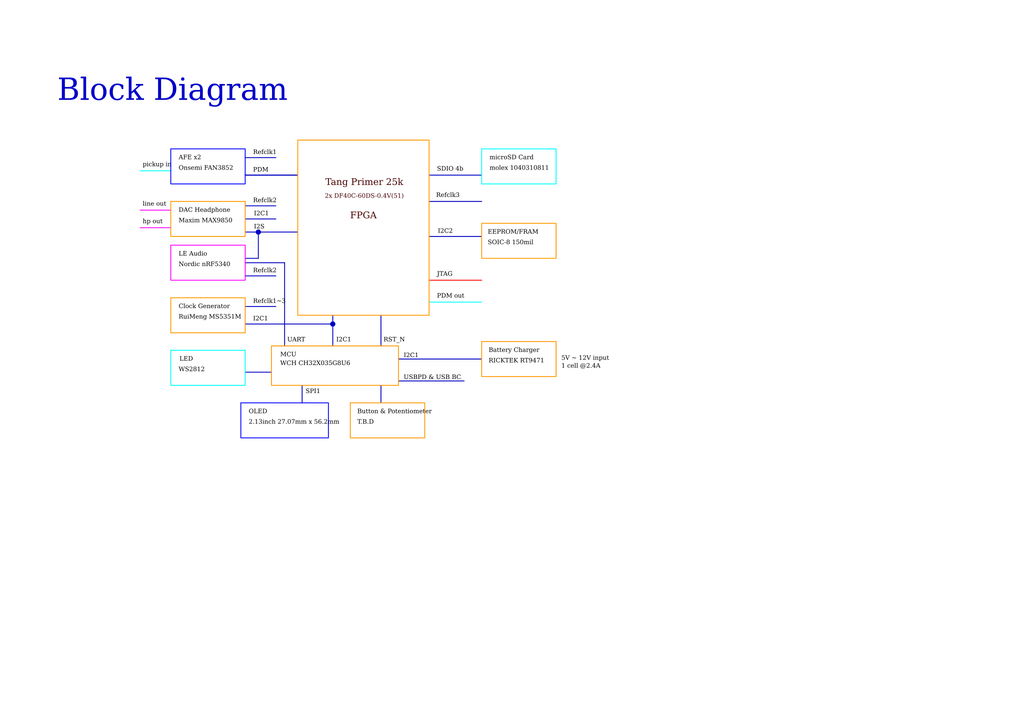
<source format=kicad_sch>
(kicad_sch
	(version 20250114)
	(generator "eeschema")
	(generator_version "9.0")
	(uuid "5328af80-c100-43d7-aff8-80e74560490d")
	(paper "A4")
	(lib_symbols)
	(rectangle
		(start 69.85 116.84)
		(end 95.25 127)
		(stroke
			(width 0.254)
			(type default)
			(color 0 0 255 1)
		)
		(fill
			(type none)
		)
		(uuid 1b6550ff-3c73-4621-9200-4232d40d501b)
	)
	(circle
		(center 96.52 93.98)
		(radius 0.0001)
		(stroke
			(width 0.762)
			(type default)
		)
		(fill
			(type none)
		)
		(uuid 211f6831-56d0-40b6-8836-c88c53e4c21f)
	)
	(rectangle
		(start 49.53 43.18)
		(end 71.12 53.34)
		(stroke
			(width 0.254)
			(type default)
			(color 0 0 255 1)
		)
		(fill
			(type none)
		)
		(uuid 5589365c-687e-430f-8c57-0a8c4d5f48da)
	)
	(rectangle
		(start 49.53 86.36)
		(end 71.12 96.52)
		(stroke
			(width 0.254)
			(type default)
			(color 255 153 0 1)
		)
		(fill
			(type none)
		)
		(uuid 5dc9bcb7-9533-41cc-9c1c-df0cbcee4af1)
	)
	(rectangle
		(start 49.53 71.12)
		(end 71.12 81.28)
		(stroke
			(width 0.254)
			(type default)
			(color 255 0 255 1)
		)
		(fill
			(type none)
		)
		(uuid 812953ec-9c58-4698-96c0-d81abf1e0094)
	)
	(rectangle
		(start 101.6 116.84)
		(end 123.19 127)
		(stroke
			(width 0.254)
			(type default)
			(color 255 153 0 1)
		)
		(fill
			(type none)
		)
		(uuid a2e2c788-4d65-453c-8e18-918af292cfb9)
	)
	(rectangle
		(start 139.7 99.06)
		(end 161.29 109.22)
		(stroke
			(width 0.254)
			(type default)
			(color 255 153 0 1)
		)
		(fill
			(type none)
		)
		(uuid af420549-a82f-46a0-b5b5-a4306425cecc)
	)
	(rectangle
		(start 78.74 100.33)
		(end 115.57 111.76)
		(stroke
			(width 0.254)
			(type default)
			(color 255 153 0 1)
		)
		(fill
			(type none)
		)
		(uuid c8dd36d8-26c7-4e9e-ad13-7854d1bde1db)
	)
	(circle
		(center 74.93 67.31)
		(radius 0.0001)
		(stroke
			(width 0.762)
			(type default)
		)
		(fill
			(type none)
		)
		(uuid cb41783d-32e3-4e4e-b785-8e6fb3c45715)
	)
	(rectangle
		(start 86.36 40.64)
		(end 124.46 91.44)
		(stroke
			(width 0.254)
			(type default)
			(color 255 153 0 1)
		)
		(fill
			(type none)
		)
		(uuid cd188da7-f3bc-4742-8fee-8afbd4ae8912)
	)
	(rectangle
		(start 49.53 58.42)
		(end 71.12 68.58)
		(stroke
			(width 0.254)
			(type default)
			(color 255 153 0 1)
		)
		(fill
			(type none)
		)
		(uuid e6697caa-6797-412f-b999-51dfd709ef0c)
	)
	(rectangle
		(start 139.7 64.77)
		(end 161.29 74.93)
		(stroke
			(width 0.254)
			(type default)
			(color 255 153 0 1)
		)
		(fill
			(type none)
		)
		(uuid eae1dd15-fa8f-4a0f-9fd4-a3e3ef43cf56)
	)
	(rectangle
		(start 49.53 101.6)
		(end 71.12 111.76)
		(stroke
			(width 0.254)
			(type default)
			(color 0 255 255 1)
		)
		(fill
			(type none)
		)
		(uuid eb328ddd-08bf-4a58-8aa9-832b6c9acc54)
	)
	(rectangle
		(start 139.7 43.18)
		(end 161.29 53.34)
		(stroke
			(width 0.254)
			(type default)
			(color 0 255 255 1)
		)
		(fill
			(type none)
		)
		(uuid ef4c2af3-c8a8-4027-bc8d-273734d89be1)
	)
	(text "T.B.D"
		(exclude_from_sim no)
		(at 103.632 122.936 0)
		(effects
			(font
				(face "Times New Roman")
				(size 1.27 1.27)
				(italic yes)
				(color 0 0 0 1)
			)
			(justify left)
		)
		(uuid "008b264e-fbd5-4c1e-9260-fe972fd0f7c8")
	)
	(text "Onsemi FAN3852"
		(exclude_from_sim no)
		(at 51.816 49.276 0)
		(effects
			(font
				(face "Times New Roman")
				(size 1.27 1.27)
				(italic yes)
				(color 0 0 0 1)
			)
			(justify left)
		)
		(uuid "04926869-96fd-4b83-b4aa-58e28944a137")
	)
	(text "Clock Generator"
		(exclude_from_sim no)
		(at 51.816 89.408 0)
		(effects
			(font
				(face "Times New Roman")
				(size 1.27 1.27)
				(italic yes)
				(color 0 0 0 1)
			)
			(justify left)
		)
		(uuid "05fdc00f-582a-4ba2-93cc-666b485cf6c2")
	)
	(text "line out"
		(exclude_from_sim no)
		(at 41.402 59.69 0)
		(effects
			(font
				(face "Times New Roman")
				(size 1.27 1.27)
				(italic yes)
				(color 0 0 0 1)
			)
			(justify left)
		)
		(uuid "0610fd9f-ec15-432a-b4c5-c1aecfc22e5f")
	)
	(text "FPGA"
		(exclude_from_sim no)
		(at 105.41 63.246 0)
		(effects
			(font
				(face "Times New Roman")
				(size 1.905 1.905)
				(italic yes)
				(color 72 0 0 1)
			)
		)
		(uuid "08802fff-e859-472e-a72a-13f9e0066148")
	)
	(text "PDM out"
		(exclude_from_sim no)
		(at 126.746 86.36 0)
		(effects
			(font
				(face "Times New Roman")
				(size 1.27 1.27)
				(italic yes)
				(color 0 0 0 1)
			)
			(justify left)
		)
		(uuid "0f41a49f-525f-4b62-bb88-e46a68449a24")
	)
	(text "WCH CH32X035G8U6"
		(exclude_from_sim no)
		(at 81.28 105.918 0)
		(effects
			(font
				(face "Times New Roman")
				(size 1.27 1.27)
				(italic yes)
				(color 0 0 0 1)
			)
			(justify left)
		)
		(uuid "10dd218d-cb28-46bb-bdbf-ecfee2ad6ee8")
	)
	(text "5V ~ 12V input"
		(exclude_from_sim no)
		(at 162.814 104.394 0)
		(effects
			(font
				(face "Times New Roman")
				(size 1.27 1.27)
				(italic yes)
				(color 0 0 0 1)
			)
			(justify left)
		)
		(uuid "12078b27-0e08-4edd-9963-48bbdd78bb43")
	)
	(text "Refclk2"
		(exclude_from_sim no)
		(at 73.406 58.674 0)
		(effects
			(font
				(face "Times New Roman")
				(size 1.27 1.27)
				(italic yes)
				(color 0 0 0 1)
			)
			(justify left)
		)
		(uuid "1f22aa5b-b274-4b71-8a16-f9fd3d002b11")
	)
	(text "RuiMeng MS5351M"
		(exclude_from_sim no)
		(at 51.816 92.456 0)
		(effects
			(font
				(face "Times New Roman")
				(size 1.27 1.27)
				(italic yes)
				(color 0 0 0 1)
			)
			(justify left)
		)
		(uuid "220977f5-ca84-4074-a5e5-4b68b27d3187")
	)
	(text "Refclk2"
		(exclude_from_sim no)
		(at 73.406 78.994 0)
		(effects
			(font
				(face "Times New Roman")
				(size 1.27 1.27)
				(italic yes)
				(color 0 0 0 1)
			)
			(justify left)
		)
		(uuid "232be163-c1d3-4a00-ab4e-47b530aa7ee8")
	)
	(text "USBPD & USB BC"
		(exclude_from_sim no)
		(at 117.094 109.982 0)
		(effects
			(font
				(face "Times New Roman")
				(size 1.27 1.27)
				(italic yes)
				(color 0 0 0 1)
			)
			(justify left)
		)
		(uuid "27bf6d48-46b8-4154-b97d-0645b6891f59")
	)
	(text "Refclk3"
		(exclude_from_sim no)
		(at 126.492 57.15 0)
		(effects
			(font
				(face "Times New Roman")
				(size 1.27 1.27)
				(italic yes)
				(color 0 0 0 1)
			)
			(justify left)
		)
		(uuid "2c467cff-0867-4b9a-b5bb-550fef3c69d6")
	)
	(text "JTAG"
		(exclude_from_sim no)
		(at 126.746 80.01 0)
		(effects
			(font
				(face "Times New Roman")
				(size 1.27 1.27)
				(italic yes)
				(color 0 0 0 1)
			)
			(justify left)
		)
		(uuid "2c85b7cf-8a09-4eb5-902e-48a2db4f414d")
	)
	(text "EEPROM/FRAM"
		(exclude_from_sim no)
		(at 141.478 67.818 0)
		(effects
			(font
				(face "Times New Roman")
				(size 1.27 1.27)
				(italic yes)
				(color 0 0 0 1)
			)
			(justify left)
		)
		(uuid "2e496881-daf1-446e-a247-e3c77c09750e")
	)
	(text "Refclk1"
		(exclude_from_sim no)
		(at 73.406 44.704 0)
		(effects
			(font
				(face "Times New Roman")
				(size 1.27 1.27)
				(italic yes)
				(color 0 0 0 1)
			)
			(justify left)
		)
		(uuid "3b6bb6a1-1786-47b2-a46a-4d4d64ebe52b")
	)
	(text "I2C1"
		(exclude_from_sim no)
		(at 73.406 92.964 0)
		(effects
			(font
				(face "Times New Roman")
				(size 1.27 1.27)
				(italic yes)
				(color 0 0 0 1)
			)
			(justify left)
		)
		(uuid "40d2528f-a956-4cb1-b00f-3fc273452c1b")
	)
	(text "hp out"
		(exclude_from_sim no)
		(at 41.402 64.77 0)
		(effects
			(font
				(face "Times New Roman")
				(size 1.27 1.27)
				(italic yes)
				(color 0 0 0 1)
			)
			(justify left)
		)
		(uuid "418ded7c-6769-4e5a-82e3-8adc96cbaa98")
	)
	(text "WS2812"
		(exclude_from_sim no)
		(at 51.816 107.696 0)
		(effects
			(font
				(face "Times New Roman")
				(size 1.27 1.27)
				(italic yes)
				(color 0 0 0 1)
			)
			(justify left)
		)
		(uuid "4292c16a-de88-4e01-ad39-7a67e874330d")
	)
	(text "microSD Card"
		(exclude_from_sim no)
		(at 141.986 46.228 0)
		(effects
			(font
				(face "Times New Roman")
				(size 1.27 1.27)
				(italic yes)
				(color 0 0 0 1)
			)
			(justify left)
		)
		(uuid "4566bc90-ac34-4e06-b267-6bad9f5e08bc")
	)
	(text "SOIC-8 150mil"
		(exclude_from_sim no)
		(at 141.478 70.866 0)
		(effects
			(font
				(face "Times New Roman")
				(size 1.27 1.27)
				(italic yes)
				(color 0 0 0 1)
			)
			(justify left)
		)
		(uuid "61876325-c9a6-4507-ba40-b9a32d5b2c56")
	)
	(text "Maxim MAX9850"
		(exclude_from_sim no)
		(at 51.816 64.516 0)
		(effects
			(font
				(face "Times New Roman")
				(size 1.27 1.27)
				(italic yes)
				(color 0 0 0 1)
			)
			(justify left)
		)
		(uuid "66342a08-1076-41c2-b2b5-5b3e7c218f28")
	)
	(text "OLED"
		(exclude_from_sim no)
		(at 72.136 119.888 0)
		(effects
			(font
				(face "Times New Roman")
				(size 1.27 1.27)
				(italic yes)
				(color 0 0 0 1)
			)
			(justify left)
		)
		(uuid "6ca6958c-59b2-4a8c-a221-0b5e17837974")
	)
	(text "RICKTEK RT9471"
		(exclude_from_sim no)
		(at 141.732 105.156 0)
		(effects
			(font
				(face "Times New Roman")
				(size 1.27 1.27)
				(italic yes)
				(color 0 0 0 1)
			)
			(justify left)
		)
		(uuid "6f37cd7a-413e-42d2-88bf-9e07acacde2e")
	)
	(text "molex 1040310811"
		(exclude_from_sim no)
		(at 141.986 49.276 0)
		(effects
			(font
				(face "Times New Roman")
				(size 1.27 1.27)
				(italic yes)
				(color 0 0 0 1)
			)
			(justify left)
		)
		(uuid "71e79f3a-f78b-4ad0-a1af-2b85496ca0cb")
	)
	(text "Nordic nRF5340"
		(exclude_from_sim no)
		(at 51.816 77.216 0)
		(effects
			(font
				(face "Times New Roman")
				(size 1.27 1.27)
				(italic yes)
				(color 0 0 0 1)
			)
			(justify left)
		)
		(uuid "8460ca70-9259-4fac-85d7-bf4b1a5eee9a")
	)
	(text "LE Audio"
		(exclude_from_sim no)
		(at 51.816 74.168 0)
		(effects
			(font
				(face "Times New Roman")
				(size 1.27 1.27)
				(italic yes)
				(color 0 0 0 1)
			)
			(justify left)
		)
		(uuid "8a00b36f-a08a-423c-856a-3f1722e1a83c")
	)
	(text "PDM"
		(exclude_from_sim no)
		(at 73.406 49.784 0)
		(effects
			(font
				(face "Times New Roman")
				(size 1.27 1.27)
				(italic yes)
				(color 0 0 0 1)
			)
			(justify left)
		)
		(uuid "8b822d03-01ed-4292-8d9f-3e427f0665eb")
	)
	(text "Button & Potentiometer"
		(exclude_from_sim no)
		(at 103.632 119.888 0)
		(effects
			(font
				(face "Times New Roman")
				(size 1.27 1.27)
				(italic yes)
				(color 0 0 0 1)
			)
			(justify left)
		)
		(uuid "95a2a161-46e6-41e3-8d63-bdd4a3a2ffd2")
	)
	(text "Block Diagram"
		(exclude_from_sim no)
		(at 50.038 28.194 0)
		(effects
			(font
				(face "Times New Roman")
				(size 6.35 6.35)
				(italic yes)
			)
		)
		(uuid "9792c9a2-46a3-44b0-9250-09043210c800")
	)
	(text "LED"
		(exclude_from_sim no)
		(at 52.07 104.648 0)
		(effects
			(font
				(face "Times New Roman")
				(size 1.27 1.27)
				(italic yes)
				(color 0 0 0 1)
			)
			(justify left)
		)
		(uuid "98334380-a720-4e05-8c77-f9d76b404d7d")
	)
	(text "I2C1"
		(exclude_from_sim no)
		(at 117.094 103.632 0)
		(effects
			(font
				(face "Times New Roman")
				(size 1.27 1.27)
				(italic yes)
				(color 0 0 0 1)
			)
			(justify left)
		)
		(uuid "9e055415-624c-4418-81c8-fac32751813b")
	)
	(text "I2C1"
		(exclude_from_sim no)
		(at 73.66 62.484 0)
		(effects
			(font
				(face "Times New Roman")
				(size 1.27 1.27)
				(italic yes)
				(color 0 0 0 1)
			)
			(justify left)
		)
		(uuid "a13a4d33-1f44-4427-8cab-7df274b23c0a")
	)
	(text "pickup in"
		(exclude_from_sim no)
		(at 41.402 48.26 0)
		(effects
			(font
				(face "Times New Roman")
				(size 1.27 1.27)
				(italic yes)
				(color 0 0 0 1)
			)
			(justify left)
		)
		(uuid "a3df1f09-319c-4a3d-a412-aacbb3976ae7")
	)
	(text "UART"
		(exclude_from_sim no)
		(at 83.312 99.06 0)
		(effects
			(font
				(face "Times New Roman")
				(size 1.27 1.27)
				(italic yes)
				(color 0 0 0 1)
			)
			(justify left)
		)
		(uuid "b60b62f2-e730-4caf-a8d3-8aae353c6258")
	)
	(text "DAC Headphone"
		(exclude_from_sim no)
		(at 51.816 61.468 0)
		(effects
			(font
				(face "Times New Roman")
				(size 1.27 1.27)
				(italic yes)
				(color 0 0 0 1)
			)
			(justify left)
		)
		(uuid "b81eaec9-2639-4027-b5f9-42dd385148de")
	)
	(text "I2C2"
		(exclude_from_sim no)
		(at 127 67.564 0)
		(effects
			(font
				(face "Times New Roman")
				(size 1.27 1.27)
				(italic yes)
				(color 0 0 0 1)
			)
			(justify left)
		)
		(uuid "c0d7bfb0-9c30-4829-8032-56abb16c3a82")
	)
	(text "SDIO 4b"
		(exclude_from_sim no)
		(at 126.746 49.53 0)
		(effects
			(font
				(face "Times New Roman")
				(size 1.27 1.27)
				(italic yes)
				(color 0 0 0 1)
			)
			(justify left)
		)
		(uuid "caed4afd-54cd-4d64-b557-1ed49b38b45c")
	)
	(text "2.13inch 27.07mm x 56.2mm"
		(exclude_from_sim no)
		(at 72.136 122.936 0)
		(effects
			(font
				(face "Times New Roman")
				(size 1.27 1.27)
				(italic yes)
				(color 0 0 0 1)
			)
			(justify left)
		)
		(uuid "cb1d6d1c-da14-405c-a28c-3cb70370d12a")
	)
	(text "AFE x2"
		(exclude_from_sim no)
		(at 51.816 46.228 0)
		(effects
			(font
				(face "Times New Roman")
				(size 1.27 1.27)
				(italic yes)
				(color 0 0 0 1)
			)
			(justify left)
		)
		(uuid "d70d2463-6def-4227-805e-fb715b08afae")
	)
	(text "SPI1"
		(exclude_from_sim no)
		(at 88.646 114.046 0)
		(effects
			(font
				(face "Times New Roman")
				(size 1.27 1.27)
				(italic yes)
				(color 0 0 0 1)
			)
			(justify left)
		)
		(uuid "dbbaf0f9-036b-49ca-8dff-23e326a1773c")
	)
	(text "2x DF40C-60DS-0.4V(51)"
		(exclude_from_sim no)
		(at 105.664 57.404 0)
		(effects
			(font
				(face "Times New Roman")
				(size 1.27 1.27)
				(italic yes)
				(color 72 0 0 1)
			)
		)
		(uuid "de6ff04f-479f-480b-ba52-9d05236a4db9")
	)
	(text "MCU"
		(exclude_from_sim no)
		(at 81.28 103.378 0)
		(effects
			(font
				(face "Times New Roman")
				(size 1.27 1.27)
				(italic yes)
				(color 0 0 0 1)
			)
			(justify left)
		)
		(uuid "dff95e14-a1d8-4289-9e78-fa7834541f48")
	)
	(text "RST_N"
		(exclude_from_sim no)
		(at 111.252 99.06 0)
		(effects
			(font
				(face "Times New Roman")
				(size 1.27 1.27)
				(italic yes)
				(color 0 0 0 1)
			)
			(justify left)
		)
		(uuid "e44162a8-1992-4d33-a977-a7a9c08bed92")
	)
	(text "I2S"
		(exclude_from_sim no)
		(at 73.66 66.294 0)
		(effects
			(font
				(face "Times New Roman")
				(size 1.27 1.27)
				(italic yes)
				(color 0 0 0 1)
			)
			(justify left)
		)
		(uuid "e6f9fa69-27f8-4c93-aa41-38e55e9c19d3")
	)
	(text "Refclk1~3"
		(exclude_from_sim no)
		(at 73.406 87.884 0)
		(effects
			(font
				(face "Times New Roman")
				(size 1.27 1.27)
				(italic yes)
				(color 0 0 0 1)
			)
			(justify left)
		)
		(uuid "eda73d8b-dbf0-4bed-895e-0665a3c926ec")
	)
	(text "Battery Charger"
		(exclude_from_sim no)
		(at 141.732 102.108 0)
		(effects
			(font
				(face "Times New Roman")
				(size 1.27 1.27)
				(italic yes)
				(color 0 0 0 1)
			)
			(justify left)
		)
		(uuid "f3fe0699-205f-4932-9dc8-7d4d5e53c950")
	)
	(text "1 cell @2.4A"
		(exclude_from_sim no)
		(at 162.814 106.68 0)
		(effects
			(font
				(face "Times New Roman")
				(size 1.27 1.27)
				(italic yes)
				(color 0 0 0 1)
			)
			(justify left)
		)
		(uuid "f4df02c8-2132-451b-8647-74b55c928072")
	)
	(text "I2C1"
		(exclude_from_sim no)
		(at 97.536 99.06 0)
		(effects
			(font
				(face "Times New Roman")
				(size 1.27 1.27)
				(italic yes)
				(color 0 0 0 1)
			)
			(justify left)
		)
		(uuid "fd410c8a-cb7d-4aca-916e-b17477252aef")
	)
	(text "Tang Primer 25k"
		(exclude_from_sim no)
		(at 105.664 53.594 0)
		(effects
			(font
				(face "Times New Roman")
				(size 1.905 1.905)
				(italic yes)
				(color 72 0 0 1)
			)
		)
		(uuid "fd438782-cd61-4402-8338-c63b2b37267e")
	)
	(polyline
		(pts
			(xy 124.46 87.63) (xy 139.7 87.63)
		)
		(stroke
			(width 0.254)
			(type default)
			(color 0 255 255 1)
		)
		(uuid "0a5ff129-dbdd-4691-aad8-6a23717ad62f")
	)
	(polyline
		(pts
			(xy 71.12 107.95) (xy 78.74 107.95)
		)
		(stroke
			(width 0.254)
			(type default)
		)
		(uuid "0f3f8903-687f-4069-a72b-ed1144881e43")
	)
	(polyline
		(pts
			(xy 49.53 60.96) (xy 40.64 60.96)
		)
		(stroke
			(width 0.254)
			(type default)
			(color 255 0 255 1)
		)
		(uuid "127287a5-32a1-402b-b2a9-380d73d992b2")
	)
	(polyline
		(pts
			(xy 134.62 110.49) (xy 115.57 110.49)
		)
		(stroke
			(width 0.254)
			(type default)
		)
		(uuid "1eee3d02-6481-448b-9142-72846a9d746f")
	)
	(polyline
		(pts
			(xy 124.46 50.8) (xy 139.7 50.8)
		)
		(stroke
			(width 0.254)
			(type default)
		)
		(uuid "1f565892-d945-4fab-9eb6-26992e3bea0c")
	)
	(polyline
		(pts
			(xy 71.12 88.9) (xy 80.01 88.9)
		)
		(stroke
			(width 0.254)
			(type default)
		)
		(uuid "224a55c0-c22a-4ffc-875e-72e7f157f321")
	)
	(polyline
		(pts
			(xy 110.49 91.44) (xy 110.49 100.33)
		)
		(stroke
			(width 0.254)
			(type default)
		)
		(uuid "3084b7de-6eca-45f6-a2b2-5c9bc88fd9d6")
	)
	(polyline
		(pts
			(xy 74.93 74.93) (xy 74.93 67.31)
		)
		(stroke
			(width 0.254)
			(type default)
		)
		(uuid "382ccc64-6e08-411a-8a3c-f41fb8811a9d")
	)
	(polyline
		(pts
			(xy 71.12 50.8) (xy 86.36 50.8)
		)
		(stroke
			(width 0.254)
			(type default)
		)
		(uuid "3f281fd4-4243-4d38-b962-7e04faa3e99f")
	)
	(polyline
		(pts
			(xy 110.49 116.84) (xy 110.49 111.76)
		)
		(stroke
			(width 0.254)
			(type default)
		)
		(uuid "5935b7c6-43d8-4fdd-a35b-53e1231f8f3a")
	)
	(polyline
		(pts
			(xy 49.53 49.53) (xy 40.64 49.53)
		)
		(stroke
			(width 0.254)
			(type default)
			(color 0 255 255 1)
		)
		(uuid "629db52a-177c-4c8e-a0d4-d52fde1d2678")
	)
	(polyline
		(pts
			(xy 87.63 111.76) (xy 87.63 116.84)
		)
		(stroke
			(width 0.254)
			(type default)
		)
		(uuid "68df7594-3423-4b13-9617-d436f94b1707")
	)
	(polyline
		(pts
			(xy 80.01 63.5) (xy 71.12 63.5)
		)
		(stroke
			(width 0.254)
			(type default)
		)
		(uuid "6b05cdeb-9d8d-429d-9d08-b3daf5e305a9")
	)
	(polyline
		(pts
			(xy 82.55 100.33) (xy 82.55 76.2)
		)
		(stroke
			(width 0.254)
			(type default)
		)
		(uuid "7bfedc5a-8190-419f-86e4-633d90b84dff")
	)
	(polyline
		(pts
			(xy 71.12 67.31) (xy 86.36 67.31)
		)
		(stroke
			(width 0.254)
			(type default)
		)
		(uuid "801aeb37-42d2-4583-8fc1-25fb211fd4a4")
	)
	(polyline
		(pts
			(xy 71.12 59.69) (xy 80.01 59.69)
		)
		(stroke
			(width 0.254)
			(type default)
		)
		(uuid "8c9faf85-0e53-4cd3-b00e-ea8fd7a73ec2")
	)
	(polyline
		(pts
			(xy 139.7 104.14) (xy 115.57 104.14)
		)
		(stroke
			(width 0.254)
			(type default)
		)
		(uuid "a05a8884-6cf9-4df9-bdcc-1adb467898ca")
	)
	(polyline
		(pts
			(xy 71.12 45.72) (xy 80.01 45.72)
		)
		(stroke
			(width 0.254)
			(type default)
		)
		(uuid "ad8a846b-e04c-44a3-9402-f9d76d54f5da")
	)
	(polyline
		(pts
			(xy 124.46 68.58) (xy 139.7 68.58)
		)
		(stroke
			(width 0.254)
			(type default)
		)
		(uuid "bb86413d-ee21-4a0e-ac5f-92ff41361f07")
	)
	(polyline
		(pts
			(xy 71.12 76.2) (xy 82.55 76.2)
		)
		(stroke
			(width 0.254)
			(type default)
		)
		(uuid "cda9f67e-da33-45fe-83ed-8f6ec074dedb")
	)
	(polyline
		(pts
			(xy 96.52 91.44) (xy 96.52 100.33)
		)
		(stroke
			(width 0.254)
			(type default)
		)
		(uuid "e2670f0a-b0f5-452b-adb1-6ebdfc888167")
	)
	(polyline
		(pts
			(xy 124.46 58.42) (xy 139.7 58.42)
		)
		(stroke
			(width 0.254)
			(type default)
		)
		(uuid "e3de48d5-68af-4861-aba2-0183f7dad01e")
	)
	(polyline
		(pts
			(xy 71.12 93.98) (xy 96.52 93.98)
		)
		(stroke
			(width 0.254)
			(type default)
		)
		(uuid "e68c9aec-31fb-411e-9ff2-88cd0d976558")
	)
	(polyline
		(pts
			(xy 71.12 74.93) (xy 74.93 74.93)
		)
		(stroke
			(width 0.254)
			(type default)
		)
		(uuid "ee441bce-5e86-4126-a31a-b5f7679268c8")
	)
	(polyline
		(pts
			(xy 71.12 80.01) (xy 80.01 80.01)
		)
		(stroke
			(width 0.254)
			(type default)
		)
		(uuid "f1307fda-4312-44c2-af95-253e8319392c")
	)
	(polyline
		(pts
			(xy 71.12 50.8) (xy 86.36 50.8)
		)
		(stroke
			(width 0.254)
			(type default)
		)
		(uuid "f290e1ed-21e2-4942-8b38-d6f402757dc4")
	)
	(polyline
		(pts
			(xy 49.53 66.04) (xy 40.64 66.04)
		)
		(stroke
			(width 0.254)
			(type default)
			(color 255 0 255 1)
		)
		(uuid "f53b02ba-1b87-47e9-ba59-66ed196bea48")
	)
	(polyline
		(pts
			(xy 124.46 81.28) (xy 139.7 81.28)
		)
		(stroke
			(width 0.254)
			(type default)
			(color 255 0 0 1)
		)
		(uuid "f7bb5f68-b12a-43ca-9757-b9d43bfe3ab9")
	)
)

</source>
